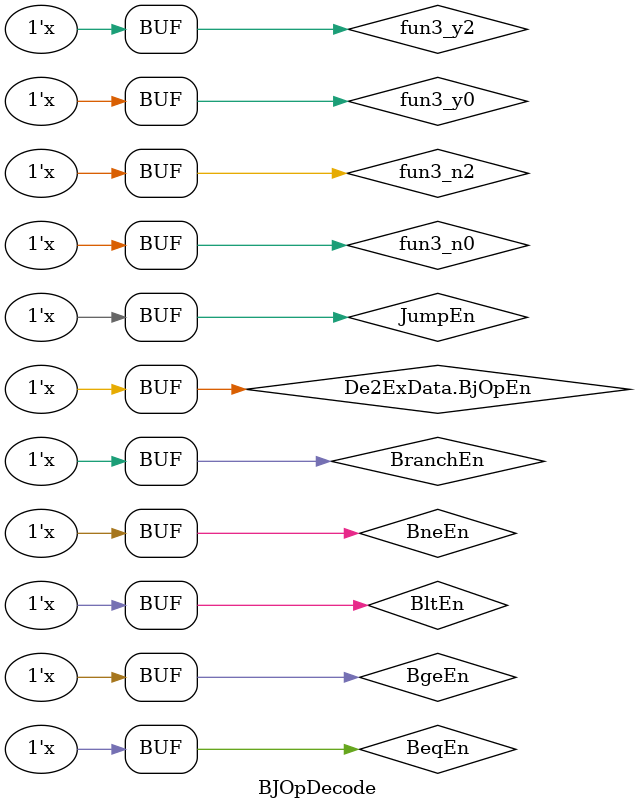
<source format=sv>
module BJOpDecode
(
  InsBitDispatchIfl.De2 iIns,
  //De2Ifs.De2 oDe2,
  ExIfs.De2 De2ExData
);

	//input op, input funct3, input funct7
  //output AddEn,output MultEn,output DivEn,output BitEn,output ShiftEn,output MemEn,output BjEn
  //output AddOpEn,output BitOpEn,output ShiftOpEn,output MultOpEn,output DivOpEn,output MemOpEn,output BjOpEn

  //generate BJ En 
  //assign oDe2.BjEn = 1'b1;
  //generate BJ OpEn
	wire JumpEn   =  iIns.op[2];//jal jalr
	wire BranchEn = !iIns.op[2];
	
	wire fun3_y2 =  iIns.funct3[2];
	wire fun3_n2 = !iIns.funct3[2];
	wire fun3_y0 =  iIns.funct3[0];
	wire fun3_n0 = !iIns.funct3[0];
	
	wire BneEn = fun3_n2 & fun3_y0 & BranchEn;//bne
	wire BeqEn = fun3_n2 & fun3_n0 & BranchEn;//beq
	wire BgeEn = fun3_y2 & fun3_y0 & BranchEn;//bge bgeu
	wire BltEn = fun3_y2 & fun3_n0 & BranchEn;//blt bltu

// wire SltEn = (iBjDe.IntImmEn | iBjDe.IntRegEn) &
// 						 !fun7[0] & (fun3[2:1]==2'b01);//slti sltiu slt sltu 
																																										 
assign De2ExData.BjOpEn = {JumpEn,BneEn,BeqEn,BgeEn,BltEn};

 
endmodule 

</source>
